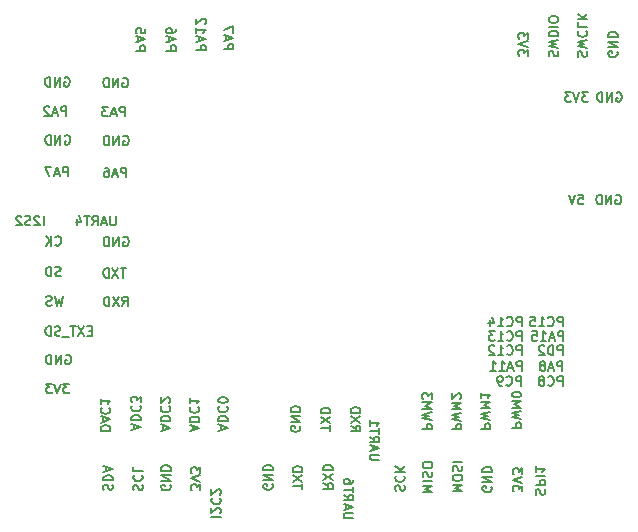
<source format=gbr>
G04 #@! TF.GenerationSoftware,KiCad,Pcbnew,5.1.5-52549c5~86~ubuntu18.04.1*
G04 #@! TF.CreationDate,2020-05-16T14:27:32+07:00*
G04 #@! TF.ProjectId,openSTM32F4_LQFP64,6f70656e-5354-44d3-9332-46345f4c5146,rev?*
G04 #@! TF.SameCoordinates,Original*
G04 #@! TF.FileFunction,Legend,Bot*
G04 #@! TF.FilePolarity,Positive*
%FSLAX46Y46*%
G04 Gerber Fmt 4.6, Leading zero omitted, Abs format (unit mm)*
G04 Created by KiCad (PCBNEW 5.1.5-52549c5~86~ubuntu18.04.1) date 2020-05-16 14:27:32*
%MOMM*%
%LPD*%
G04 APERTURE LIST*
%ADD10C,0.150000*%
G04 APERTURE END LIST*
D10*
X175710895Y-100417441D02*
X176510895Y-100417441D01*
X176510895Y-100112680D01*
X176472800Y-100036489D01*
X176434704Y-99998394D01*
X176358514Y-99960299D01*
X176244228Y-99960299D01*
X176168038Y-99998394D01*
X176129942Y-100036489D01*
X176091847Y-100112680D01*
X176091847Y-100417441D01*
X176510895Y-99693632D02*
X175710895Y-99503156D01*
X176282323Y-99350775D01*
X175710895Y-99198394D01*
X176510895Y-99007918D01*
X175710895Y-98703156D02*
X176510895Y-98703156D01*
X175939466Y-98436489D01*
X176510895Y-98169822D01*
X175710895Y-98169822D01*
X176510895Y-97865060D02*
X176510895Y-97369822D01*
X176206133Y-97636489D01*
X176206133Y-97522203D01*
X176168038Y-97446013D01*
X176129942Y-97407918D01*
X176053752Y-97369822D01*
X175863276Y-97369822D01*
X175787085Y-97407918D01*
X175748990Y-97446013D01*
X175710895Y-97522203D01*
X175710895Y-97750775D01*
X175748990Y-97826965D01*
X175787085Y-97865060D01*
X178225495Y-100442841D02*
X179025495Y-100442841D01*
X179025495Y-100138080D01*
X178987400Y-100061889D01*
X178949304Y-100023794D01*
X178873114Y-99985699D01*
X178758828Y-99985699D01*
X178682638Y-100023794D01*
X178644542Y-100061889D01*
X178606447Y-100138080D01*
X178606447Y-100442841D01*
X179025495Y-99719032D02*
X178225495Y-99528556D01*
X178796923Y-99376175D01*
X178225495Y-99223794D01*
X179025495Y-99033318D01*
X178225495Y-98728556D02*
X179025495Y-98728556D01*
X178454066Y-98461889D01*
X179025495Y-98195222D01*
X178225495Y-98195222D01*
X178949304Y-97852365D02*
X178987400Y-97814270D01*
X179025495Y-97738080D01*
X179025495Y-97547603D01*
X178987400Y-97471413D01*
X178949304Y-97433318D01*
X178873114Y-97395222D01*
X178796923Y-97395222D01*
X178682638Y-97433318D01*
X178225495Y-97890460D01*
X178225495Y-97395222D01*
X180689295Y-100392041D02*
X181489295Y-100392041D01*
X181489295Y-100087280D01*
X181451200Y-100011089D01*
X181413104Y-99972994D01*
X181336914Y-99934899D01*
X181222628Y-99934899D01*
X181146438Y-99972994D01*
X181108342Y-100011089D01*
X181070247Y-100087280D01*
X181070247Y-100392041D01*
X181489295Y-99668232D02*
X180689295Y-99477756D01*
X181260723Y-99325375D01*
X180689295Y-99172994D01*
X181489295Y-98982518D01*
X180689295Y-98677756D02*
X181489295Y-98677756D01*
X180917866Y-98411089D01*
X181489295Y-98144422D01*
X180689295Y-98144422D01*
X180689295Y-97344422D02*
X180689295Y-97801565D01*
X180689295Y-97572994D02*
X181489295Y-97572994D01*
X181375009Y-97649184D01*
X181298819Y-97725375D01*
X181260723Y-97801565D01*
X183305495Y-100315841D02*
X184105495Y-100315841D01*
X184105495Y-100011080D01*
X184067400Y-99934889D01*
X184029304Y-99896794D01*
X183953114Y-99858699D01*
X183838828Y-99858699D01*
X183762638Y-99896794D01*
X183724542Y-99934889D01*
X183686447Y-100011080D01*
X183686447Y-100315841D01*
X184105495Y-99592032D02*
X183305495Y-99401556D01*
X183876923Y-99249175D01*
X183305495Y-99096794D01*
X184105495Y-98906318D01*
X183305495Y-98601556D02*
X184105495Y-98601556D01*
X183534066Y-98334889D01*
X184105495Y-98068222D01*
X183305495Y-98068222D01*
X184105495Y-97534889D02*
X184105495Y-97458699D01*
X184067400Y-97382508D01*
X184029304Y-97344413D01*
X183953114Y-97306318D01*
X183800733Y-97268222D01*
X183610257Y-97268222D01*
X183457876Y-97306318D01*
X183381685Y-97344413D01*
X183343590Y-97382508D01*
X183305495Y-97458699D01*
X183305495Y-97534889D01*
X183343590Y-97611080D01*
X183381685Y-97649175D01*
X183457876Y-97687270D01*
X183610257Y-97725365D01*
X183800733Y-97725365D01*
X183953114Y-97687270D01*
X184029304Y-97649175D01*
X184067400Y-97611080D01*
X184105495Y-97534889D01*
X158667466Y-100487308D02*
X158667466Y-100106356D01*
X158438895Y-100563499D02*
X159238895Y-100296832D01*
X158438895Y-100030165D01*
X158438895Y-99763499D02*
X159238895Y-99763499D01*
X159238895Y-99573022D01*
X159200800Y-99458737D01*
X159124609Y-99382546D01*
X159048419Y-99344451D01*
X158896038Y-99306356D01*
X158781752Y-99306356D01*
X158629371Y-99344451D01*
X158553180Y-99382546D01*
X158476990Y-99458737D01*
X158438895Y-99573022D01*
X158438895Y-99763499D01*
X158515085Y-98506356D02*
X158476990Y-98544451D01*
X158438895Y-98658737D01*
X158438895Y-98734927D01*
X158476990Y-98849213D01*
X158553180Y-98925403D01*
X158629371Y-98963499D01*
X158781752Y-99001594D01*
X158896038Y-99001594D01*
X159048419Y-98963499D01*
X159124609Y-98925403D01*
X159200800Y-98849213D01*
X159238895Y-98734927D01*
X159238895Y-98658737D01*
X159200800Y-98544451D01*
X159162704Y-98506356D01*
X159238895Y-98011118D02*
X159238895Y-97934927D01*
X159200800Y-97858737D01*
X159162704Y-97820641D01*
X159086514Y-97782546D01*
X158934133Y-97744451D01*
X158743657Y-97744451D01*
X158591276Y-97782546D01*
X158515085Y-97820641D01*
X158476990Y-97858737D01*
X158438895Y-97934927D01*
X158438895Y-98011118D01*
X158476990Y-98087308D01*
X158515085Y-98125403D01*
X158591276Y-98163499D01*
X158743657Y-98201594D01*
X158934133Y-98201594D01*
X159086514Y-98163499D01*
X159162704Y-98125403D01*
X159200800Y-98087308D01*
X159238895Y-98011118D01*
X156279866Y-100538108D02*
X156279866Y-100157156D01*
X156051295Y-100614299D02*
X156851295Y-100347632D01*
X156051295Y-100080965D01*
X156051295Y-99814299D02*
X156851295Y-99814299D01*
X156851295Y-99623822D01*
X156813200Y-99509537D01*
X156737009Y-99433346D01*
X156660819Y-99395251D01*
X156508438Y-99357156D01*
X156394152Y-99357156D01*
X156241771Y-99395251D01*
X156165580Y-99433346D01*
X156089390Y-99509537D01*
X156051295Y-99623822D01*
X156051295Y-99814299D01*
X156127485Y-98557156D02*
X156089390Y-98595251D01*
X156051295Y-98709537D01*
X156051295Y-98785727D01*
X156089390Y-98900013D01*
X156165580Y-98976203D01*
X156241771Y-99014299D01*
X156394152Y-99052394D01*
X156508438Y-99052394D01*
X156660819Y-99014299D01*
X156737009Y-98976203D01*
X156813200Y-98900013D01*
X156851295Y-98785727D01*
X156851295Y-98709537D01*
X156813200Y-98595251D01*
X156775104Y-98557156D01*
X156051295Y-97795251D02*
X156051295Y-98252394D01*
X156051295Y-98023822D02*
X156851295Y-98023822D01*
X156737009Y-98100013D01*
X156660819Y-98176203D01*
X156622723Y-98252394D01*
X153816066Y-100487308D02*
X153816066Y-100106356D01*
X153587495Y-100563499D02*
X154387495Y-100296832D01*
X153587495Y-100030165D01*
X153587495Y-99763499D02*
X154387495Y-99763499D01*
X154387495Y-99573022D01*
X154349400Y-99458737D01*
X154273209Y-99382546D01*
X154197019Y-99344451D01*
X154044638Y-99306356D01*
X153930352Y-99306356D01*
X153777971Y-99344451D01*
X153701780Y-99382546D01*
X153625590Y-99458737D01*
X153587495Y-99573022D01*
X153587495Y-99763499D01*
X153663685Y-98506356D02*
X153625590Y-98544451D01*
X153587495Y-98658737D01*
X153587495Y-98734927D01*
X153625590Y-98849213D01*
X153701780Y-98925403D01*
X153777971Y-98963499D01*
X153930352Y-99001594D01*
X154044638Y-99001594D01*
X154197019Y-98963499D01*
X154273209Y-98925403D01*
X154349400Y-98849213D01*
X154387495Y-98734927D01*
X154387495Y-98658737D01*
X154349400Y-98544451D01*
X154311304Y-98506356D01*
X154311304Y-98201594D02*
X154349400Y-98163499D01*
X154387495Y-98087308D01*
X154387495Y-97896832D01*
X154349400Y-97820641D01*
X154311304Y-97782546D01*
X154235114Y-97744451D01*
X154158923Y-97744451D01*
X154044638Y-97782546D01*
X153587495Y-98239689D01*
X153587495Y-97744451D01*
X151326866Y-100411108D02*
X151326866Y-100030156D01*
X151098295Y-100487299D02*
X151898295Y-100220632D01*
X151098295Y-99953965D01*
X151098295Y-99687299D02*
X151898295Y-99687299D01*
X151898295Y-99496822D01*
X151860200Y-99382537D01*
X151784009Y-99306346D01*
X151707819Y-99268251D01*
X151555438Y-99230156D01*
X151441152Y-99230156D01*
X151288771Y-99268251D01*
X151212580Y-99306346D01*
X151136390Y-99382537D01*
X151098295Y-99496822D01*
X151098295Y-99687299D01*
X151174485Y-98430156D02*
X151136390Y-98468251D01*
X151098295Y-98582537D01*
X151098295Y-98658727D01*
X151136390Y-98773013D01*
X151212580Y-98849203D01*
X151288771Y-98887299D01*
X151441152Y-98925394D01*
X151555438Y-98925394D01*
X151707819Y-98887299D01*
X151784009Y-98849203D01*
X151860200Y-98773013D01*
X151898295Y-98658727D01*
X151898295Y-98582537D01*
X151860200Y-98468251D01*
X151822104Y-98430156D01*
X151898295Y-98163489D02*
X151898295Y-97668251D01*
X151593533Y-97934918D01*
X151593533Y-97820632D01*
X151555438Y-97744441D01*
X151517342Y-97706346D01*
X151441152Y-97668251D01*
X151250676Y-97668251D01*
X151174485Y-97706346D01*
X151136390Y-97744441D01*
X151098295Y-97820632D01*
X151098295Y-98049203D01*
X151136390Y-98125394D01*
X151174485Y-98163489D01*
X148507495Y-100550813D02*
X149307495Y-100550813D01*
X149307495Y-100360337D01*
X149269400Y-100246051D01*
X149193209Y-100169860D01*
X149117019Y-100131765D01*
X148964638Y-100093670D01*
X148850352Y-100093670D01*
X148697971Y-100131765D01*
X148621780Y-100169860D01*
X148545590Y-100246051D01*
X148507495Y-100360337D01*
X148507495Y-100550813D01*
X148736066Y-99788908D02*
X148736066Y-99407956D01*
X148507495Y-99865099D02*
X149307495Y-99598432D01*
X148507495Y-99331765D01*
X148583685Y-98607956D02*
X148545590Y-98646051D01*
X148507495Y-98760337D01*
X148507495Y-98836527D01*
X148545590Y-98950813D01*
X148621780Y-99027003D01*
X148697971Y-99065099D01*
X148850352Y-99103194D01*
X148964638Y-99103194D01*
X149117019Y-99065099D01*
X149193209Y-99027003D01*
X149269400Y-98950813D01*
X149307495Y-98836527D01*
X149307495Y-98760337D01*
X149269400Y-98646051D01*
X149231304Y-98607956D01*
X148507495Y-97846051D02*
X148507495Y-98303194D01*
X148507495Y-98074622D02*
X149307495Y-98074622D01*
X149193209Y-98150813D01*
X149117019Y-98227003D01*
X149078923Y-98303194D01*
X192125523Y-80605680D02*
X192201714Y-80567584D01*
X192316000Y-80567584D01*
X192430285Y-80605680D01*
X192506476Y-80681870D01*
X192544571Y-80758060D01*
X192582666Y-80910441D01*
X192582666Y-81024727D01*
X192544571Y-81177108D01*
X192506476Y-81253299D01*
X192430285Y-81329489D01*
X192316000Y-81367584D01*
X192239809Y-81367584D01*
X192125523Y-81329489D01*
X192087428Y-81291394D01*
X192087428Y-81024727D01*
X192239809Y-81024727D01*
X191744571Y-81367584D02*
X191744571Y-80567584D01*
X191287428Y-81367584D01*
X191287428Y-80567584D01*
X190906476Y-81367584D02*
X190906476Y-80567584D01*
X190716000Y-80567584D01*
X190601714Y-80605680D01*
X190525523Y-80681870D01*
X190487428Y-80758060D01*
X190449333Y-80910441D01*
X190449333Y-81024727D01*
X190487428Y-81177108D01*
X190525523Y-81253299D01*
X190601714Y-81329489D01*
X190716000Y-81367584D01*
X190906476Y-81367584D01*
X188925180Y-80587904D02*
X189306133Y-80587904D01*
X189344228Y-80968857D01*
X189306133Y-80930761D01*
X189229942Y-80892666D01*
X189039466Y-80892666D01*
X188963276Y-80930761D01*
X188925180Y-80968857D01*
X188887085Y-81045047D01*
X188887085Y-81235523D01*
X188925180Y-81311714D01*
X188963276Y-81349809D01*
X189039466Y-81387904D01*
X189229942Y-81387904D01*
X189306133Y-81349809D01*
X189344228Y-81311714D01*
X188658514Y-80587904D02*
X188391847Y-81387904D01*
X188125180Y-80587904D01*
X189763276Y-71901104D02*
X189268038Y-71901104D01*
X189534704Y-72205866D01*
X189420419Y-72205866D01*
X189344228Y-72243961D01*
X189306133Y-72282057D01*
X189268038Y-72358247D01*
X189268038Y-72548723D01*
X189306133Y-72624914D01*
X189344228Y-72663009D01*
X189420419Y-72701104D01*
X189648990Y-72701104D01*
X189725180Y-72663009D01*
X189763276Y-72624914D01*
X189039466Y-71901104D02*
X188772800Y-72701104D01*
X188506133Y-71901104D01*
X188315657Y-71901104D02*
X187820419Y-71901104D01*
X188087085Y-72205866D01*
X187972800Y-72205866D01*
X187896609Y-72243961D01*
X187858514Y-72282057D01*
X187820419Y-72358247D01*
X187820419Y-72548723D01*
X187858514Y-72624914D01*
X187896609Y-72663009D01*
X187972800Y-72701104D01*
X188201371Y-72701104D01*
X188277561Y-72663009D01*
X188315657Y-72624914D01*
X192176323Y-71944280D02*
X192252514Y-71906184D01*
X192366800Y-71906184D01*
X192481085Y-71944280D01*
X192557276Y-72020470D01*
X192595371Y-72096660D01*
X192633466Y-72249041D01*
X192633466Y-72363327D01*
X192595371Y-72515708D01*
X192557276Y-72591899D01*
X192481085Y-72668089D01*
X192366800Y-72706184D01*
X192290609Y-72706184D01*
X192176323Y-72668089D01*
X192138228Y-72629994D01*
X192138228Y-72363327D01*
X192290609Y-72363327D01*
X191795371Y-72706184D02*
X191795371Y-71906184D01*
X191338228Y-72706184D01*
X191338228Y-71906184D01*
X190957276Y-72706184D02*
X190957276Y-71906184D01*
X190766800Y-71906184D01*
X190652514Y-71944280D01*
X190576323Y-72020470D01*
X190538228Y-72096660D01*
X190500133Y-72249041D01*
X190500133Y-72363327D01*
X190538228Y-72515708D01*
X190576323Y-72591899D01*
X190652514Y-72668089D01*
X190766800Y-72706184D01*
X190957276Y-72706184D01*
X185355270Y-105980080D02*
X185317175Y-105865794D01*
X185317175Y-105675318D01*
X185355270Y-105599127D01*
X185393365Y-105561032D01*
X185469556Y-105522937D01*
X185545746Y-105522937D01*
X185621937Y-105561032D01*
X185660032Y-105599127D01*
X185698127Y-105675318D01*
X185736222Y-105827699D01*
X185774318Y-105903889D01*
X185812413Y-105941984D01*
X185888603Y-105980080D01*
X185964794Y-105980080D01*
X186040984Y-105941984D01*
X186079080Y-105903889D01*
X186117175Y-105827699D01*
X186117175Y-105637222D01*
X186079080Y-105522937D01*
X185317175Y-105180080D02*
X186117175Y-105180080D01*
X186117175Y-104875318D01*
X186079080Y-104799127D01*
X186040984Y-104761032D01*
X185964794Y-104722937D01*
X185850508Y-104722937D01*
X185774318Y-104761032D01*
X185736222Y-104799127D01*
X185698127Y-104875318D01*
X185698127Y-105180080D01*
X185317175Y-104380080D02*
X186117175Y-104380080D01*
X185317175Y-103580080D02*
X185317175Y-104037222D01*
X185317175Y-103808651D02*
X186117175Y-103808651D01*
X186002889Y-103884841D01*
X185926699Y-103961032D01*
X185888603Y-104037222D01*
X184212175Y-105694356D02*
X184212175Y-105199118D01*
X183907413Y-105465784D01*
X183907413Y-105351499D01*
X183869318Y-105275308D01*
X183831222Y-105237213D01*
X183755032Y-105199118D01*
X183564556Y-105199118D01*
X183488365Y-105237213D01*
X183450270Y-105275308D01*
X183412175Y-105351499D01*
X183412175Y-105580070D01*
X183450270Y-105656260D01*
X183488365Y-105694356D01*
X184212175Y-104970546D02*
X183412175Y-104703880D01*
X184212175Y-104437213D01*
X184212175Y-104246737D02*
X184212175Y-103751499D01*
X183907413Y-104018165D01*
X183907413Y-103903880D01*
X183869318Y-103827689D01*
X183831222Y-103789594D01*
X183755032Y-103751499D01*
X183564556Y-103751499D01*
X183488365Y-103789594D01*
X183450270Y-103827689D01*
X183412175Y-103903880D01*
X183412175Y-104132451D01*
X183450270Y-104208641D01*
X183488365Y-104246737D01*
X181583280Y-105288003D02*
X181621375Y-105364194D01*
X181621375Y-105478480D01*
X181583280Y-105592765D01*
X181507089Y-105668956D01*
X181430899Y-105707051D01*
X181278518Y-105745146D01*
X181164232Y-105745146D01*
X181011851Y-105707051D01*
X180935660Y-105668956D01*
X180859470Y-105592765D01*
X180821375Y-105478480D01*
X180821375Y-105402289D01*
X180859470Y-105288003D01*
X180897565Y-105249908D01*
X181164232Y-105249908D01*
X181164232Y-105402289D01*
X180821375Y-104907051D02*
X181621375Y-104907051D01*
X180821375Y-104449908D01*
X181621375Y-104449908D01*
X180821375Y-104068956D02*
X181621375Y-104068956D01*
X181621375Y-103878480D01*
X181583280Y-103764194D01*
X181507089Y-103688003D01*
X181430899Y-103649908D01*
X181278518Y-103611813D01*
X181164232Y-103611813D01*
X181011851Y-103649908D01*
X180935660Y-103688003D01*
X180859470Y-103764194D01*
X180821375Y-103878480D01*
X180821375Y-104068956D01*
X178301695Y-105681622D02*
X179101695Y-105681622D01*
X178530266Y-105414956D01*
X179101695Y-105148289D01*
X178301695Y-105148289D01*
X179101695Y-104614956D02*
X179101695Y-104462575D01*
X179063600Y-104386384D01*
X178987409Y-104310194D01*
X178835028Y-104272099D01*
X178568361Y-104272099D01*
X178415980Y-104310194D01*
X178339790Y-104386384D01*
X178301695Y-104462575D01*
X178301695Y-104614956D01*
X178339790Y-104691146D01*
X178415980Y-104767337D01*
X178568361Y-104805432D01*
X178835028Y-104805432D01*
X178987409Y-104767337D01*
X179063600Y-104691146D01*
X179101695Y-104614956D01*
X178339790Y-103967337D02*
X178301695Y-103853051D01*
X178301695Y-103662575D01*
X178339790Y-103586384D01*
X178377885Y-103548289D01*
X178454076Y-103510194D01*
X178530266Y-103510194D01*
X178606457Y-103548289D01*
X178644552Y-103586384D01*
X178682647Y-103662575D01*
X178720742Y-103814956D01*
X178758838Y-103891146D01*
X178796933Y-103929241D01*
X178873123Y-103967337D01*
X178949314Y-103967337D01*
X179025504Y-103929241D01*
X179063600Y-103891146D01*
X179101695Y-103814956D01*
X179101695Y-103624480D01*
X179063600Y-103510194D01*
X178301695Y-103167337D02*
X179101695Y-103167337D01*
X175761695Y-105757822D02*
X176561695Y-105757822D01*
X175990266Y-105491156D01*
X176561695Y-105224489D01*
X175761695Y-105224489D01*
X175761695Y-104843537D02*
X176561695Y-104843537D01*
X175799790Y-104500680D02*
X175761695Y-104386394D01*
X175761695Y-104195918D01*
X175799790Y-104119727D01*
X175837885Y-104081632D01*
X175914076Y-104043537D01*
X175990266Y-104043537D01*
X176066457Y-104081632D01*
X176104552Y-104119727D01*
X176142647Y-104195918D01*
X176180742Y-104348299D01*
X176218838Y-104424489D01*
X176256933Y-104462584D01*
X176333123Y-104500680D01*
X176409314Y-104500680D01*
X176485504Y-104462584D01*
X176523600Y-104424489D01*
X176561695Y-104348299D01*
X176561695Y-104157822D01*
X176523600Y-104043537D01*
X176561695Y-103548299D02*
X176561695Y-103395918D01*
X176523600Y-103319727D01*
X176447409Y-103243537D01*
X176295028Y-103205441D01*
X176028361Y-103205441D01*
X175875980Y-103243537D01*
X175799790Y-103319727D01*
X175761695Y-103395918D01*
X175761695Y-103548299D01*
X175799790Y-103624489D01*
X175875980Y-103700680D01*
X176028361Y-103738775D01*
X176295028Y-103738775D01*
X176447409Y-103700680D01*
X176523600Y-103624489D01*
X176561695Y-103548299D01*
X173468070Y-105630851D02*
X173429975Y-105516565D01*
X173429975Y-105326089D01*
X173468070Y-105249899D01*
X173506165Y-105211803D01*
X173582356Y-105173708D01*
X173658546Y-105173708D01*
X173734737Y-105211803D01*
X173772832Y-105249899D01*
X173810927Y-105326089D01*
X173849022Y-105478470D01*
X173887118Y-105554660D01*
X173925213Y-105592756D01*
X174001403Y-105630851D01*
X174077594Y-105630851D01*
X174153784Y-105592756D01*
X174191880Y-105554660D01*
X174229975Y-105478470D01*
X174229975Y-105287994D01*
X174191880Y-105173708D01*
X173506165Y-104373708D02*
X173468070Y-104411803D01*
X173429975Y-104526089D01*
X173429975Y-104602280D01*
X173468070Y-104716565D01*
X173544260Y-104792756D01*
X173620451Y-104830851D01*
X173772832Y-104868946D01*
X173887118Y-104868946D01*
X174039499Y-104830851D01*
X174115689Y-104792756D01*
X174191880Y-104716565D01*
X174229975Y-104602280D01*
X174229975Y-104526089D01*
X174191880Y-104411803D01*
X174153784Y-104373708D01*
X173429975Y-104030851D02*
X174229975Y-104030851D01*
X173429975Y-103573708D02*
X173887118Y-103916565D01*
X174229975Y-103573708D02*
X173772832Y-104030851D01*
X172091295Y-103033622D02*
X171443676Y-103033622D01*
X171367485Y-102995527D01*
X171329390Y-102957432D01*
X171291295Y-102881241D01*
X171291295Y-102728860D01*
X171329390Y-102652670D01*
X171367485Y-102614575D01*
X171443676Y-102576480D01*
X172091295Y-102576480D01*
X171519866Y-102233622D02*
X171519866Y-101852670D01*
X171291295Y-102309813D02*
X172091295Y-102043146D01*
X171291295Y-101776480D01*
X171291295Y-101052670D02*
X171672247Y-101319337D01*
X171291295Y-101509813D02*
X172091295Y-101509813D01*
X172091295Y-101205051D01*
X172053200Y-101128860D01*
X172015104Y-101090765D01*
X171938914Y-101052670D01*
X171824628Y-101052670D01*
X171748438Y-101090765D01*
X171710342Y-101128860D01*
X171672247Y-101205051D01*
X171672247Y-101509813D01*
X172091295Y-100824099D02*
X172091295Y-100366956D01*
X171291295Y-100595527D02*
X172091295Y-100595527D01*
X171291295Y-99681241D02*
X171291295Y-100138384D01*
X171291295Y-99909813D02*
X172091295Y-99909813D01*
X171977009Y-99986003D01*
X171900819Y-100062194D01*
X171862723Y-100138384D01*
X165373000Y-100182603D02*
X165411095Y-100258794D01*
X165411095Y-100373080D01*
X165373000Y-100487365D01*
X165296809Y-100563556D01*
X165220619Y-100601651D01*
X165068238Y-100639746D01*
X164953952Y-100639746D01*
X164801571Y-100601651D01*
X164725380Y-100563556D01*
X164649190Y-100487365D01*
X164611095Y-100373080D01*
X164611095Y-100296889D01*
X164649190Y-100182603D01*
X164687285Y-100144508D01*
X164953952Y-100144508D01*
X164953952Y-100296889D01*
X164611095Y-99801651D02*
X165411095Y-99801651D01*
X164611095Y-99344508D01*
X165411095Y-99344508D01*
X164611095Y-98963556D02*
X165411095Y-98963556D01*
X165411095Y-98773080D01*
X165373000Y-98658794D01*
X165296809Y-98582603D01*
X165220619Y-98544508D01*
X165068238Y-98506413D01*
X164953952Y-98506413D01*
X164801571Y-98544508D01*
X164725380Y-98582603D01*
X164649190Y-98658794D01*
X164611095Y-98773080D01*
X164611095Y-98963556D01*
X167951095Y-100557203D02*
X167951095Y-100100060D01*
X167151095Y-100328632D02*
X167951095Y-100328632D01*
X167951095Y-99909584D02*
X167151095Y-99376251D01*
X167951095Y-99376251D02*
X167151095Y-99909584D01*
X167151095Y-99071489D02*
X167951095Y-99071489D01*
X167951095Y-98881013D01*
X167913000Y-98766727D01*
X167836809Y-98690537D01*
X167760619Y-98652441D01*
X167608238Y-98614346D01*
X167493952Y-98614346D01*
X167341571Y-98652441D01*
X167265380Y-98690537D01*
X167189190Y-98766727D01*
X167151095Y-98881013D01*
X167151095Y-99071489D01*
X169696175Y-100131813D02*
X170077127Y-100398480D01*
X169696175Y-100588956D02*
X170496175Y-100588956D01*
X170496175Y-100284194D01*
X170458080Y-100208003D01*
X170419984Y-100169908D01*
X170343794Y-100131813D01*
X170229508Y-100131813D01*
X170153318Y-100169908D01*
X170115222Y-100208003D01*
X170077127Y-100284194D01*
X170077127Y-100588956D01*
X170496175Y-99865146D02*
X169696175Y-99331813D01*
X170496175Y-99331813D02*
X169696175Y-99865146D01*
X169696175Y-99027051D02*
X170496175Y-99027051D01*
X170496175Y-98836575D01*
X170458080Y-98722289D01*
X170381889Y-98646099D01*
X170305699Y-98608003D01*
X170153318Y-98569908D01*
X170039032Y-98569908D01*
X169886651Y-98608003D01*
X169810460Y-98646099D01*
X169734270Y-98722289D01*
X169696175Y-98836575D01*
X169696175Y-99027051D01*
X169881495Y-107986622D02*
X169233876Y-107986622D01*
X169157685Y-107948527D01*
X169119590Y-107910432D01*
X169081495Y-107834241D01*
X169081495Y-107681860D01*
X169119590Y-107605670D01*
X169157685Y-107567575D01*
X169233876Y-107529480D01*
X169881495Y-107529480D01*
X169310066Y-107186622D02*
X169310066Y-106805670D01*
X169081495Y-107262813D02*
X169881495Y-106996146D01*
X169081495Y-106729480D01*
X169081495Y-106005670D02*
X169462447Y-106272337D01*
X169081495Y-106462813D02*
X169881495Y-106462813D01*
X169881495Y-106158051D01*
X169843400Y-106081860D01*
X169805304Y-106043765D01*
X169729114Y-106005670D01*
X169614828Y-106005670D01*
X169538638Y-106043765D01*
X169500542Y-106081860D01*
X169462447Y-106158051D01*
X169462447Y-106462813D01*
X169881495Y-105777099D02*
X169881495Y-105319956D01*
X169081495Y-105548527D02*
X169881495Y-105548527D01*
X169881495Y-104710432D02*
X169881495Y-104862813D01*
X169843400Y-104939003D01*
X169805304Y-104977099D01*
X169691019Y-105053289D01*
X169538638Y-105091384D01*
X169233876Y-105091384D01*
X169157685Y-105053289D01*
X169119590Y-105015194D01*
X169081495Y-104939003D01*
X169081495Y-104786622D01*
X169119590Y-104710432D01*
X169157685Y-104672337D01*
X169233876Y-104634241D01*
X169424352Y-104634241D01*
X169500542Y-104672337D01*
X169538638Y-104710432D01*
X169576733Y-104786622D01*
X169576733Y-104939003D01*
X169538638Y-105015194D01*
X169500542Y-105053289D01*
X169424352Y-105091384D01*
X167328895Y-105008613D02*
X167709847Y-105275280D01*
X167328895Y-105465756D02*
X168128895Y-105465756D01*
X168128895Y-105160994D01*
X168090800Y-105084803D01*
X168052704Y-105046708D01*
X167976514Y-105008613D01*
X167862228Y-105008613D01*
X167786038Y-105046708D01*
X167747942Y-105084803D01*
X167709847Y-105160994D01*
X167709847Y-105465756D01*
X168128895Y-104741946D02*
X167328895Y-104208613D01*
X168128895Y-104208613D02*
X167328895Y-104741946D01*
X167328895Y-103903851D02*
X168128895Y-103903851D01*
X168128895Y-103713375D01*
X168090800Y-103599089D01*
X168014609Y-103522899D01*
X167938419Y-103484803D01*
X167786038Y-103446708D01*
X167671752Y-103446708D01*
X167519371Y-103484803D01*
X167443180Y-103522899D01*
X167366990Y-103599089D01*
X167328895Y-103713375D01*
X167328895Y-103903851D01*
X165568575Y-105510203D02*
X165568575Y-105053060D01*
X164768575Y-105281632D02*
X165568575Y-105281632D01*
X165568575Y-104862584D02*
X164768575Y-104329251D01*
X165568575Y-104329251D02*
X164768575Y-104862584D01*
X164768575Y-104024489D02*
X165568575Y-104024489D01*
X165568575Y-103834013D01*
X165530480Y-103719727D01*
X165454289Y-103643537D01*
X165378099Y-103605441D01*
X165225718Y-103567346D01*
X165111432Y-103567346D01*
X164959051Y-103605441D01*
X164882860Y-103643537D01*
X164806670Y-103719727D01*
X164768575Y-103834013D01*
X164768575Y-104024489D01*
X163036200Y-105110203D02*
X163074295Y-105186394D01*
X163074295Y-105300680D01*
X163036200Y-105414965D01*
X162960009Y-105491156D01*
X162883819Y-105529251D01*
X162731438Y-105567346D01*
X162617152Y-105567346D01*
X162464771Y-105529251D01*
X162388580Y-105491156D01*
X162312390Y-105414965D01*
X162274295Y-105300680D01*
X162274295Y-105224489D01*
X162312390Y-105110203D01*
X162350485Y-105072108D01*
X162617152Y-105072108D01*
X162617152Y-105224489D01*
X162274295Y-104729251D02*
X163074295Y-104729251D01*
X162274295Y-104272108D01*
X163074295Y-104272108D01*
X162274295Y-103891156D02*
X163074295Y-103891156D01*
X163074295Y-103700680D01*
X163036200Y-103586394D01*
X162960009Y-103510203D01*
X162883819Y-103472108D01*
X162731438Y-103434013D01*
X162617152Y-103434013D01*
X162464771Y-103472108D01*
X162388580Y-103510203D01*
X162312390Y-103586394D01*
X162274295Y-103700680D01*
X162274295Y-103891156D01*
X157880095Y-107872384D02*
X158680095Y-107872384D01*
X158603904Y-107529527D02*
X158642000Y-107491432D01*
X158680095Y-107415241D01*
X158680095Y-107224765D01*
X158642000Y-107148575D01*
X158603904Y-107110480D01*
X158527714Y-107072384D01*
X158451523Y-107072384D01*
X158337238Y-107110480D01*
X157880095Y-107567622D01*
X157880095Y-107072384D01*
X157956285Y-106272384D02*
X157918190Y-106310480D01*
X157880095Y-106424765D01*
X157880095Y-106500956D01*
X157918190Y-106615241D01*
X157994380Y-106691432D01*
X158070571Y-106729527D01*
X158222952Y-106767622D01*
X158337238Y-106767622D01*
X158489619Y-106729527D01*
X158565809Y-106691432D01*
X158642000Y-106615241D01*
X158680095Y-106500956D01*
X158680095Y-106424765D01*
X158642000Y-106310480D01*
X158603904Y-106272384D01*
X158603904Y-105967622D02*
X158642000Y-105929527D01*
X158680095Y-105853337D01*
X158680095Y-105662860D01*
X158642000Y-105586670D01*
X158603904Y-105548575D01*
X158527714Y-105510480D01*
X158451523Y-105510480D01*
X158337238Y-105548575D01*
X157880095Y-106005718D01*
X157880095Y-105510480D01*
X148774190Y-105573708D02*
X148736095Y-105459422D01*
X148736095Y-105268946D01*
X148774190Y-105192756D01*
X148812285Y-105154660D01*
X148888476Y-105116565D01*
X148964666Y-105116565D01*
X149040857Y-105154660D01*
X149078952Y-105192756D01*
X149117047Y-105268946D01*
X149155142Y-105421327D01*
X149193238Y-105497518D01*
X149231333Y-105535613D01*
X149307523Y-105573708D01*
X149383714Y-105573708D01*
X149459904Y-105535613D01*
X149498000Y-105497518D01*
X149536095Y-105421327D01*
X149536095Y-105230851D01*
X149498000Y-105116565D01*
X148736095Y-104773708D02*
X149536095Y-104773708D01*
X149536095Y-104583232D01*
X149498000Y-104468946D01*
X149421809Y-104392756D01*
X149345619Y-104354660D01*
X149193238Y-104316565D01*
X149078952Y-104316565D01*
X148926571Y-104354660D01*
X148850380Y-104392756D01*
X148774190Y-104468946D01*
X148736095Y-104583232D01*
X148736095Y-104773708D01*
X148964666Y-104011803D02*
X148964666Y-103630851D01*
X148736095Y-104087994D02*
X149536095Y-103821327D01*
X148736095Y-103554660D01*
X151293870Y-105580060D02*
X151255775Y-105465775D01*
X151255775Y-105275299D01*
X151293870Y-105199108D01*
X151331965Y-105161013D01*
X151408156Y-105122918D01*
X151484346Y-105122918D01*
X151560537Y-105161013D01*
X151598632Y-105199108D01*
X151636727Y-105275299D01*
X151674822Y-105427680D01*
X151712918Y-105503870D01*
X151751013Y-105541965D01*
X151827203Y-105580060D01*
X151903394Y-105580060D01*
X151979584Y-105541965D01*
X152017680Y-105503870D01*
X152055775Y-105427680D01*
X152055775Y-105237203D01*
X152017680Y-105122918D01*
X151331965Y-104322918D02*
X151293870Y-104361013D01*
X151255775Y-104475299D01*
X151255775Y-104551489D01*
X151293870Y-104665775D01*
X151370060Y-104741965D01*
X151446251Y-104780060D01*
X151598632Y-104818156D01*
X151712918Y-104818156D01*
X151865299Y-104780060D01*
X151941489Y-104741965D01*
X152017680Y-104665775D01*
X152055775Y-104551489D01*
X152055775Y-104475299D01*
X152017680Y-104361013D01*
X151979584Y-104322918D01*
X151255775Y-103599108D02*
X151255775Y-103980060D01*
X152055775Y-103980060D01*
X154379880Y-105161003D02*
X154417975Y-105237194D01*
X154417975Y-105351480D01*
X154379880Y-105465765D01*
X154303689Y-105541956D01*
X154227499Y-105580051D01*
X154075118Y-105618146D01*
X153960832Y-105618146D01*
X153808451Y-105580051D01*
X153732260Y-105541956D01*
X153656070Y-105465765D01*
X153617975Y-105351480D01*
X153617975Y-105275289D01*
X153656070Y-105161003D01*
X153694165Y-105122908D01*
X153960832Y-105122908D01*
X153960832Y-105275289D01*
X153617975Y-104780051D02*
X154417975Y-104780051D01*
X153617975Y-104322908D01*
X154417975Y-104322908D01*
X153617975Y-103941956D02*
X154417975Y-103941956D01*
X154417975Y-103751480D01*
X154379880Y-103637194D01*
X154303689Y-103561003D01*
X154227499Y-103522908D01*
X154075118Y-103484813D01*
X153960832Y-103484813D01*
X153808451Y-103522908D01*
X153732260Y-103561003D01*
X153656070Y-103637194D01*
X153617975Y-103751480D01*
X153617975Y-103941956D01*
X156927495Y-105592756D02*
X156927495Y-105097518D01*
X156622733Y-105364184D01*
X156622733Y-105249899D01*
X156584638Y-105173708D01*
X156546542Y-105135613D01*
X156470352Y-105097518D01*
X156279876Y-105097518D01*
X156203685Y-105135613D01*
X156165590Y-105173708D01*
X156127495Y-105249899D01*
X156127495Y-105478470D01*
X156165590Y-105554660D01*
X156203685Y-105592756D01*
X156927495Y-104868946D02*
X156127495Y-104602280D01*
X156927495Y-104335613D01*
X156927495Y-104145137D02*
X156927495Y-103649899D01*
X156622733Y-103916565D01*
X156622733Y-103802280D01*
X156584638Y-103726089D01*
X156546542Y-103687994D01*
X156470352Y-103649899D01*
X156279876Y-103649899D01*
X156203685Y-103687994D01*
X156165590Y-103726089D01*
X156127495Y-103802280D01*
X156127495Y-104030851D01*
X156165590Y-104107041D01*
X156203685Y-104145137D01*
X184099076Y-96734584D02*
X184099076Y-95934584D01*
X183794314Y-95934584D01*
X183718123Y-95972680D01*
X183680028Y-96010775D01*
X183641933Y-96086965D01*
X183641933Y-96201251D01*
X183680028Y-96277441D01*
X183718123Y-96315537D01*
X183794314Y-96353632D01*
X184099076Y-96353632D01*
X182841933Y-96658394D02*
X182880028Y-96696489D01*
X182994314Y-96734584D01*
X183070504Y-96734584D01*
X183184790Y-96696489D01*
X183260980Y-96620299D01*
X183299076Y-96544108D01*
X183337171Y-96391727D01*
X183337171Y-96277441D01*
X183299076Y-96125060D01*
X183260980Y-96048870D01*
X183184790Y-95972680D01*
X183070504Y-95934584D01*
X182994314Y-95934584D01*
X182880028Y-95972680D01*
X182841933Y-96010775D01*
X182460980Y-96734584D02*
X182308600Y-96734584D01*
X182232409Y-96696489D01*
X182194314Y-96658394D01*
X182118123Y-96544108D01*
X182080028Y-96391727D01*
X182080028Y-96086965D01*
X182118123Y-96010775D01*
X182156219Y-95972680D01*
X182232409Y-95934584D01*
X182384790Y-95934584D01*
X182460980Y-95972680D01*
X182499076Y-96010775D01*
X182537171Y-96086965D01*
X182537171Y-96277441D01*
X182499076Y-96353632D01*
X182460980Y-96391727D01*
X182384790Y-96429822D01*
X182232409Y-96429822D01*
X182156219Y-96391727D01*
X182118123Y-96353632D01*
X182080028Y-96277441D01*
X187629676Y-96759984D02*
X187629676Y-95959984D01*
X187324914Y-95959984D01*
X187248723Y-95998080D01*
X187210628Y-96036175D01*
X187172533Y-96112365D01*
X187172533Y-96226651D01*
X187210628Y-96302841D01*
X187248723Y-96340937D01*
X187324914Y-96379032D01*
X187629676Y-96379032D01*
X186372533Y-96683794D02*
X186410628Y-96721889D01*
X186524914Y-96759984D01*
X186601104Y-96759984D01*
X186715390Y-96721889D01*
X186791580Y-96645699D01*
X186829676Y-96569508D01*
X186867771Y-96417127D01*
X186867771Y-96302841D01*
X186829676Y-96150460D01*
X186791580Y-96074270D01*
X186715390Y-95998080D01*
X186601104Y-95959984D01*
X186524914Y-95959984D01*
X186410628Y-95998080D01*
X186372533Y-96036175D01*
X185915390Y-96302841D02*
X185991580Y-96264746D01*
X186029676Y-96226651D01*
X186067771Y-96150460D01*
X186067771Y-96112365D01*
X186029676Y-96036175D01*
X185991580Y-95998080D01*
X185915390Y-95959984D01*
X185763009Y-95959984D01*
X185686819Y-95998080D01*
X185648723Y-96036175D01*
X185610628Y-96112365D01*
X185610628Y-96150460D01*
X185648723Y-96226651D01*
X185686819Y-96264746D01*
X185763009Y-96302841D01*
X185915390Y-96302841D01*
X185991580Y-96340937D01*
X186029676Y-96379032D01*
X186067771Y-96455222D01*
X186067771Y-96607603D01*
X186029676Y-96683794D01*
X185991580Y-96721889D01*
X185915390Y-96759984D01*
X185763009Y-96759984D01*
X185686819Y-96721889D01*
X185648723Y-96683794D01*
X185610628Y-96607603D01*
X185610628Y-96455222D01*
X185648723Y-96379032D01*
X185686819Y-96340937D01*
X185763009Y-96302841D01*
X184143485Y-95464584D02*
X184143485Y-94664584D01*
X183838723Y-94664584D01*
X183762533Y-94702680D01*
X183724438Y-94740775D01*
X183686342Y-94816965D01*
X183686342Y-94931251D01*
X183724438Y-95007441D01*
X183762533Y-95045537D01*
X183838723Y-95083632D01*
X184143485Y-95083632D01*
X183381580Y-95236013D02*
X183000628Y-95236013D01*
X183457771Y-95464584D02*
X183191104Y-94664584D01*
X182924438Y-95464584D01*
X182238723Y-95464584D02*
X182695866Y-95464584D01*
X182467295Y-95464584D02*
X182467295Y-94664584D01*
X182543485Y-94778870D01*
X182619676Y-94855060D01*
X182695866Y-94893156D01*
X181476819Y-95464584D02*
X181933961Y-95464584D01*
X181705390Y-95464584D02*
X181705390Y-94664584D01*
X181781580Y-94778870D01*
X181857771Y-94855060D01*
X181933961Y-94893156D01*
X187597933Y-95489984D02*
X187597933Y-94689984D01*
X187293171Y-94689984D01*
X187216980Y-94728080D01*
X187178885Y-94766175D01*
X187140790Y-94842365D01*
X187140790Y-94956651D01*
X187178885Y-95032841D01*
X187216980Y-95070937D01*
X187293171Y-95109032D01*
X187597933Y-95109032D01*
X186836028Y-95261413D02*
X186455076Y-95261413D01*
X186912219Y-95489984D02*
X186645552Y-94689984D01*
X186378885Y-95489984D01*
X185997933Y-95032841D02*
X186074123Y-94994746D01*
X186112219Y-94956651D01*
X186150314Y-94880460D01*
X186150314Y-94842365D01*
X186112219Y-94766175D01*
X186074123Y-94728080D01*
X185997933Y-94689984D01*
X185845552Y-94689984D01*
X185769361Y-94728080D01*
X185731266Y-94766175D01*
X185693171Y-94842365D01*
X185693171Y-94880460D01*
X185731266Y-94956651D01*
X185769361Y-94994746D01*
X185845552Y-95032841D01*
X185997933Y-95032841D01*
X186074123Y-95070937D01*
X186112219Y-95109032D01*
X186150314Y-95185222D01*
X186150314Y-95337603D01*
X186112219Y-95413794D01*
X186074123Y-95451889D01*
X185997933Y-95489984D01*
X185845552Y-95489984D01*
X185769361Y-95451889D01*
X185731266Y-95413794D01*
X185693171Y-95337603D01*
X185693171Y-95185222D01*
X185731266Y-95109032D01*
X185769361Y-95070937D01*
X185845552Y-95032841D01*
X184149828Y-94143784D02*
X184149828Y-93343784D01*
X183845066Y-93343784D01*
X183768876Y-93381880D01*
X183730780Y-93419975D01*
X183692685Y-93496165D01*
X183692685Y-93610451D01*
X183730780Y-93686641D01*
X183768876Y-93724737D01*
X183845066Y-93762832D01*
X184149828Y-93762832D01*
X182892685Y-94067594D02*
X182930780Y-94105689D01*
X183045066Y-94143784D01*
X183121257Y-94143784D01*
X183235542Y-94105689D01*
X183311733Y-94029499D01*
X183349828Y-93953308D01*
X183387923Y-93800927D01*
X183387923Y-93686641D01*
X183349828Y-93534260D01*
X183311733Y-93458070D01*
X183235542Y-93381880D01*
X183121257Y-93343784D01*
X183045066Y-93343784D01*
X182930780Y-93381880D01*
X182892685Y-93419975D01*
X182130780Y-94143784D02*
X182587923Y-94143784D01*
X182359352Y-94143784D02*
X182359352Y-93343784D01*
X182435542Y-93458070D01*
X182511733Y-93534260D01*
X182587923Y-93572356D01*
X181826019Y-93419975D02*
X181787923Y-93381880D01*
X181711733Y-93343784D01*
X181521257Y-93343784D01*
X181445066Y-93381880D01*
X181406971Y-93419975D01*
X181368876Y-93496165D01*
X181368876Y-93572356D01*
X181406971Y-93686641D01*
X181864114Y-94143784D01*
X181368876Y-94143784D01*
X187629676Y-94143784D02*
X187629676Y-93343784D01*
X187324914Y-93343784D01*
X187248723Y-93381880D01*
X187210628Y-93419975D01*
X187172533Y-93496165D01*
X187172533Y-93610451D01*
X187210628Y-93686641D01*
X187248723Y-93724737D01*
X187324914Y-93762832D01*
X187629676Y-93762832D01*
X186829676Y-94143784D02*
X186829676Y-93343784D01*
X186639200Y-93343784D01*
X186524914Y-93381880D01*
X186448723Y-93458070D01*
X186410628Y-93534260D01*
X186372533Y-93686641D01*
X186372533Y-93800927D01*
X186410628Y-93953308D01*
X186448723Y-94029499D01*
X186524914Y-94105689D01*
X186639200Y-94143784D01*
X186829676Y-94143784D01*
X186067771Y-93419975D02*
X186029676Y-93381880D01*
X185953485Y-93343784D01*
X185763009Y-93343784D01*
X185686819Y-93381880D01*
X185648723Y-93419975D01*
X185610628Y-93496165D01*
X185610628Y-93572356D01*
X185648723Y-93686641D01*
X186105866Y-94143784D01*
X185610628Y-94143784D01*
X184149828Y-92949984D02*
X184149828Y-92149984D01*
X183845066Y-92149984D01*
X183768876Y-92188080D01*
X183730780Y-92226175D01*
X183692685Y-92302365D01*
X183692685Y-92416651D01*
X183730780Y-92492841D01*
X183768876Y-92530937D01*
X183845066Y-92569032D01*
X184149828Y-92569032D01*
X182892685Y-92873794D02*
X182930780Y-92911889D01*
X183045066Y-92949984D01*
X183121257Y-92949984D01*
X183235542Y-92911889D01*
X183311733Y-92835699D01*
X183349828Y-92759508D01*
X183387923Y-92607127D01*
X183387923Y-92492841D01*
X183349828Y-92340460D01*
X183311733Y-92264270D01*
X183235542Y-92188080D01*
X183121257Y-92149984D01*
X183045066Y-92149984D01*
X182930780Y-92188080D01*
X182892685Y-92226175D01*
X182130780Y-92949984D02*
X182587923Y-92949984D01*
X182359352Y-92949984D02*
X182359352Y-92149984D01*
X182435542Y-92264270D01*
X182511733Y-92340460D01*
X182587923Y-92378556D01*
X181864114Y-92149984D02*
X181368876Y-92149984D01*
X181635542Y-92454746D01*
X181521257Y-92454746D01*
X181445066Y-92492841D01*
X181406971Y-92530937D01*
X181368876Y-92607127D01*
X181368876Y-92797603D01*
X181406971Y-92873794D01*
X181445066Y-92911889D01*
X181521257Y-92949984D01*
X181749828Y-92949984D01*
X181826019Y-92911889D01*
X181864114Y-92873794D01*
X187648685Y-92924584D02*
X187648685Y-92124584D01*
X187343923Y-92124584D01*
X187267733Y-92162680D01*
X187229638Y-92200775D01*
X187191542Y-92276965D01*
X187191542Y-92391251D01*
X187229638Y-92467441D01*
X187267733Y-92505537D01*
X187343923Y-92543632D01*
X187648685Y-92543632D01*
X186886780Y-92696013D02*
X186505828Y-92696013D01*
X186962971Y-92924584D02*
X186696304Y-92124584D01*
X186429638Y-92924584D01*
X185743923Y-92924584D02*
X186201066Y-92924584D01*
X185972495Y-92924584D02*
X185972495Y-92124584D01*
X186048685Y-92238870D01*
X186124876Y-92315060D01*
X186201066Y-92353156D01*
X185020114Y-92124584D02*
X185401066Y-92124584D01*
X185439161Y-92505537D01*
X185401066Y-92467441D01*
X185324876Y-92429346D01*
X185134400Y-92429346D01*
X185058209Y-92467441D01*
X185020114Y-92505537D01*
X184982019Y-92581727D01*
X184982019Y-92772203D01*
X185020114Y-92848394D01*
X185058209Y-92886489D01*
X185134400Y-92924584D01*
X185324876Y-92924584D01*
X185401066Y-92886489D01*
X185439161Y-92848394D01*
X184149828Y-91730784D02*
X184149828Y-90930784D01*
X183845066Y-90930784D01*
X183768876Y-90968880D01*
X183730780Y-91006975D01*
X183692685Y-91083165D01*
X183692685Y-91197451D01*
X183730780Y-91273641D01*
X183768876Y-91311737D01*
X183845066Y-91349832D01*
X184149828Y-91349832D01*
X182892685Y-91654594D02*
X182930780Y-91692689D01*
X183045066Y-91730784D01*
X183121257Y-91730784D01*
X183235542Y-91692689D01*
X183311733Y-91616499D01*
X183349828Y-91540308D01*
X183387923Y-91387927D01*
X183387923Y-91273641D01*
X183349828Y-91121260D01*
X183311733Y-91045070D01*
X183235542Y-90968880D01*
X183121257Y-90930784D01*
X183045066Y-90930784D01*
X182930780Y-90968880D01*
X182892685Y-91006975D01*
X182130780Y-91730784D02*
X182587923Y-91730784D01*
X182359352Y-91730784D02*
X182359352Y-90930784D01*
X182435542Y-91045070D01*
X182511733Y-91121260D01*
X182587923Y-91159356D01*
X181445066Y-91197451D02*
X181445066Y-91730784D01*
X181635542Y-90892689D02*
X181826019Y-91464118D01*
X181330780Y-91464118D01*
X187629628Y-91705384D02*
X187629628Y-90905384D01*
X187324866Y-90905384D01*
X187248676Y-90943480D01*
X187210580Y-90981575D01*
X187172485Y-91057765D01*
X187172485Y-91172051D01*
X187210580Y-91248241D01*
X187248676Y-91286337D01*
X187324866Y-91324432D01*
X187629628Y-91324432D01*
X186372485Y-91629194D02*
X186410580Y-91667289D01*
X186524866Y-91705384D01*
X186601057Y-91705384D01*
X186715342Y-91667289D01*
X186791533Y-91591099D01*
X186829628Y-91514908D01*
X186867723Y-91362527D01*
X186867723Y-91248241D01*
X186829628Y-91095860D01*
X186791533Y-91019670D01*
X186715342Y-90943480D01*
X186601057Y-90905384D01*
X186524866Y-90905384D01*
X186410580Y-90943480D01*
X186372485Y-90981575D01*
X185610580Y-91705384D02*
X186067723Y-91705384D01*
X185839152Y-91705384D02*
X185839152Y-90905384D01*
X185915342Y-91019670D01*
X185991533Y-91095860D01*
X186067723Y-91133956D01*
X184886771Y-90905384D02*
X185267723Y-90905384D01*
X185305819Y-91286337D01*
X185267723Y-91248241D01*
X185191533Y-91210146D01*
X185001057Y-91210146D01*
X184924866Y-91248241D01*
X184886771Y-91286337D01*
X184848676Y-91362527D01*
X184848676Y-91553003D01*
X184886771Y-91629194D01*
X184924866Y-91667289D01*
X185001057Y-91705384D01*
X185191533Y-91705384D01*
X185267723Y-91667289D01*
X185305819Y-91629194D01*
X192220800Y-68458003D02*
X192258895Y-68534194D01*
X192258895Y-68648480D01*
X192220800Y-68762765D01*
X192144609Y-68838956D01*
X192068419Y-68877051D01*
X191916038Y-68915146D01*
X191801752Y-68915146D01*
X191649371Y-68877051D01*
X191573180Y-68838956D01*
X191496990Y-68762765D01*
X191458895Y-68648480D01*
X191458895Y-68572289D01*
X191496990Y-68458003D01*
X191535085Y-68419908D01*
X191801752Y-68419908D01*
X191801752Y-68572289D01*
X191458895Y-68077051D02*
X192258895Y-68077051D01*
X191458895Y-67619908D01*
X192258895Y-67619908D01*
X191458895Y-67238956D02*
X192258895Y-67238956D01*
X192258895Y-67048480D01*
X192220800Y-66934194D01*
X192144609Y-66858003D01*
X192068419Y-66819908D01*
X191916038Y-66781813D01*
X191801752Y-66781813D01*
X191649371Y-66819908D01*
X191573180Y-66858003D01*
X191496990Y-66934194D01*
X191458895Y-67048480D01*
X191458895Y-67238956D01*
X188911270Y-68875683D02*
X188873175Y-68761398D01*
X188873175Y-68570921D01*
X188911270Y-68494731D01*
X188949365Y-68456636D01*
X189025556Y-68418540D01*
X189101746Y-68418540D01*
X189177937Y-68456636D01*
X189216032Y-68494731D01*
X189254127Y-68570921D01*
X189292222Y-68723302D01*
X189330318Y-68799493D01*
X189368413Y-68837588D01*
X189444603Y-68875683D01*
X189520794Y-68875683D01*
X189596984Y-68837588D01*
X189635080Y-68799493D01*
X189673175Y-68723302D01*
X189673175Y-68532826D01*
X189635080Y-68418540D01*
X189673175Y-68151874D02*
X188873175Y-67961398D01*
X189444603Y-67809017D01*
X188873175Y-67656636D01*
X189673175Y-67466160D01*
X188949365Y-66704255D02*
X188911270Y-66742350D01*
X188873175Y-66856636D01*
X188873175Y-66932826D01*
X188911270Y-67047112D01*
X188987460Y-67123302D01*
X189063651Y-67161398D01*
X189216032Y-67199493D01*
X189330318Y-67199493D01*
X189482699Y-67161398D01*
X189558889Y-67123302D01*
X189635080Y-67047112D01*
X189673175Y-66932826D01*
X189673175Y-66856636D01*
X189635080Y-66742350D01*
X189596984Y-66704255D01*
X188873175Y-65980445D02*
X188873175Y-66361398D01*
X189673175Y-66361398D01*
X188873175Y-65713779D02*
X189673175Y-65713779D01*
X188873175Y-65256636D02*
X189330318Y-65599493D01*
X189673175Y-65256636D02*
X189216032Y-65713779D01*
X184664295Y-68818636D02*
X184664295Y-68323398D01*
X184359533Y-68590064D01*
X184359533Y-68475779D01*
X184321438Y-68399588D01*
X184283342Y-68361493D01*
X184207152Y-68323398D01*
X184016676Y-68323398D01*
X183940485Y-68361493D01*
X183902390Y-68399588D01*
X183864295Y-68475779D01*
X183864295Y-68704350D01*
X183902390Y-68780540D01*
X183940485Y-68818636D01*
X184664295Y-68094826D02*
X183864295Y-67828160D01*
X184664295Y-67561493D01*
X184664295Y-67371017D02*
X184664295Y-66875779D01*
X184359533Y-67142445D01*
X184359533Y-67028160D01*
X184321438Y-66951969D01*
X184283342Y-66913874D01*
X184207152Y-66875779D01*
X184016676Y-66875779D01*
X183940485Y-66913874D01*
X183902390Y-66951969D01*
X183864295Y-67028160D01*
X183864295Y-67256731D01*
X183902390Y-67332921D01*
X183940485Y-67371017D01*
X186483030Y-68868078D02*
X186444935Y-68753792D01*
X186444935Y-68563316D01*
X186483030Y-68487125D01*
X186521125Y-68449030D01*
X186597316Y-68410935D01*
X186673506Y-68410935D01*
X186749697Y-68449030D01*
X186787792Y-68487125D01*
X186825887Y-68563316D01*
X186863982Y-68715697D01*
X186902078Y-68791887D01*
X186940173Y-68829982D01*
X187016363Y-68868078D01*
X187092554Y-68868078D01*
X187168744Y-68829982D01*
X187206840Y-68791887D01*
X187244935Y-68715697D01*
X187244935Y-68525220D01*
X187206840Y-68410935D01*
X187244935Y-68144268D02*
X186444935Y-67953792D01*
X187016363Y-67801411D01*
X186444935Y-67649030D01*
X187244935Y-67458554D01*
X186444935Y-67153792D02*
X187244935Y-67153792D01*
X187244935Y-66963316D01*
X187206840Y-66849030D01*
X187130649Y-66772840D01*
X187054459Y-66734744D01*
X186902078Y-66696649D01*
X186787792Y-66696649D01*
X186635411Y-66734744D01*
X186559220Y-66772840D01*
X186483030Y-66849030D01*
X186444935Y-66963316D01*
X186444935Y-67153792D01*
X186444935Y-66353792D02*
X187244935Y-66353792D01*
X187244935Y-65820459D02*
X187244935Y-65668078D01*
X187206840Y-65591887D01*
X187130649Y-65515697D01*
X186978268Y-65477601D01*
X186711601Y-65477601D01*
X186559220Y-65515697D01*
X186483030Y-65591887D01*
X186444935Y-65668078D01*
X186444935Y-65820459D01*
X186483030Y-65896649D01*
X186559220Y-65972840D01*
X186711601Y-66010935D01*
X186978268Y-66010935D01*
X187130649Y-65972840D01*
X187206840Y-65896649D01*
X187244935Y-65820459D01*
X151458975Y-68375413D02*
X152258975Y-68375413D01*
X152258975Y-68070651D01*
X152220880Y-67994460D01*
X152182784Y-67956365D01*
X152106594Y-67918270D01*
X151992308Y-67918270D01*
X151916118Y-67956365D01*
X151878022Y-67994460D01*
X151839927Y-68070651D01*
X151839927Y-68375413D01*
X151687546Y-67613508D02*
X151687546Y-67232556D01*
X151458975Y-67689699D02*
X152258975Y-67423032D01*
X151458975Y-67156365D01*
X152258975Y-66508746D02*
X152258975Y-66889699D01*
X151878022Y-66927794D01*
X151916118Y-66889699D01*
X151954213Y-66813508D01*
X151954213Y-66623032D01*
X151916118Y-66546841D01*
X151878022Y-66508746D01*
X151801832Y-66470651D01*
X151611356Y-66470651D01*
X151535165Y-66508746D01*
X151497070Y-66546841D01*
X151458975Y-66623032D01*
X151458975Y-66813508D01*
X151497070Y-66889699D01*
X151535165Y-66927794D01*
X154039615Y-68375413D02*
X154839615Y-68375413D01*
X154839615Y-68070651D01*
X154801520Y-67994460D01*
X154763424Y-67956365D01*
X154687234Y-67918270D01*
X154572948Y-67918270D01*
X154496758Y-67956365D01*
X154458662Y-67994460D01*
X154420567Y-68070651D01*
X154420567Y-68375413D01*
X154268186Y-67613508D02*
X154268186Y-67232556D01*
X154039615Y-67689699D02*
X154839615Y-67423032D01*
X154039615Y-67156365D01*
X154839615Y-66546841D02*
X154839615Y-66699222D01*
X154801520Y-66775413D01*
X154763424Y-66813508D01*
X154649139Y-66889699D01*
X154496758Y-66927794D01*
X154191996Y-66927794D01*
X154115805Y-66889699D01*
X154077710Y-66851603D01*
X154039615Y-66775413D01*
X154039615Y-66623032D01*
X154077710Y-66546841D01*
X154115805Y-66508746D01*
X154191996Y-66470651D01*
X154382472Y-66470651D01*
X154458662Y-66508746D01*
X154496758Y-66546841D01*
X154534853Y-66623032D01*
X154534853Y-66775413D01*
X154496758Y-66851603D01*
X154458662Y-66889699D01*
X154382472Y-66927794D01*
X156605015Y-68329645D02*
X157405015Y-68329645D01*
X157405015Y-68024883D01*
X157366920Y-67948693D01*
X157328824Y-67910598D01*
X157252634Y-67872502D01*
X157138348Y-67872502D01*
X157062158Y-67910598D01*
X157024062Y-67948693D01*
X156985967Y-68024883D01*
X156985967Y-68329645D01*
X156833586Y-67567740D02*
X156833586Y-67186788D01*
X156605015Y-67643931D02*
X157405015Y-67377264D01*
X156605015Y-67110598D01*
X156605015Y-66424883D02*
X156605015Y-66882026D01*
X156605015Y-66653455D02*
X157405015Y-66653455D01*
X157290729Y-66729645D01*
X157214539Y-66805836D01*
X157176443Y-66882026D01*
X157328824Y-66120121D02*
X157366920Y-66082026D01*
X157405015Y-66005836D01*
X157405015Y-65815360D01*
X157366920Y-65739169D01*
X157328824Y-65701074D01*
X157252634Y-65662979D01*
X157176443Y-65662979D01*
X157062158Y-65701074D01*
X156605015Y-66158217D01*
X156605015Y-65662979D01*
X158921495Y-68273813D02*
X159721495Y-68273813D01*
X159721495Y-67969051D01*
X159683400Y-67892860D01*
X159645304Y-67854765D01*
X159569114Y-67816670D01*
X159454828Y-67816670D01*
X159378638Y-67854765D01*
X159340542Y-67892860D01*
X159302447Y-67969051D01*
X159302447Y-68273813D01*
X159150066Y-67511908D02*
X159150066Y-67130956D01*
X158921495Y-67588099D02*
X159721495Y-67321432D01*
X158921495Y-67054765D01*
X159721495Y-66864289D02*
X159721495Y-66330956D01*
X158921495Y-66673813D01*
X150421263Y-75617120D02*
X150497454Y-75579024D01*
X150611740Y-75579024D01*
X150726025Y-75617120D01*
X150802216Y-75693310D01*
X150840311Y-75769500D01*
X150878406Y-75921881D01*
X150878406Y-76036167D01*
X150840311Y-76188548D01*
X150802216Y-76264739D01*
X150726025Y-76340929D01*
X150611740Y-76379024D01*
X150535549Y-76379024D01*
X150421263Y-76340929D01*
X150383168Y-76302834D01*
X150383168Y-76036167D01*
X150535549Y-76036167D01*
X150040311Y-76379024D02*
X150040311Y-75579024D01*
X149583168Y-76379024D01*
X149583168Y-75579024D01*
X149202216Y-76379024D02*
X149202216Y-75579024D01*
X149011740Y-75579024D01*
X148897454Y-75617120D01*
X148821263Y-75693310D01*
X148783168Y-75769500D01*
X148745073Y-75921881D01*
X148745073Y-76036167D01*
X148783168Y-76188548D01*
X148821263Y-76264739D01*
X148897454Y-76340929D01*
X149011740Y-76379024D01*
X149202216Y-76379024D01*
X150673953Y-79081584D02*
X150673953Y-78281584D01*
X150369191Y-78281584D01*
X150293000Y-78319680D01*
X150254905Y-78357775D01*
X150216810Y-78433965D01*
X150216810Y-78548251D01*
X150254905Y-78624441D01*
X150293000Y-78662537D01*
X150369191Y-78700632D01*
X150673953Y-78700632D01*
X149912048Y-78853013D02*
X149531096Y-78853013D01*
X149988239Y-79081584D02*
X149721572Y-78281584D01*
X149454905Y-79081584D01*
X148845381Y-78281584D02*
X148997762Y-78281584D01*
X149073953Y-78319680D01*
X149112048Y-78357775D01*
X149188239Y-78472060D01*
X149226334Y-78624441D01*
X149226334Y-78929203D01*
X149188239Y-79005394D01*
X149150143Y-79043489D01*
X149073953Y-79081584D01*
X148921572Y-79081584D01*
X148845381Y-79043489D01*
X148807286Y-79005394D01*
X148769191Y-78929203D01*
X148769191Y-78738727D01*
X148807286Y-78662537D01*
X148845381Y-78624441D01*
X148921572Y-78586346D01*
X149073953Y-78586346D01*
X149150143Y-78624441D01*
X149188239Y-78662537D01*
X149226334Y-78738727D01*
X150383163Y-70702220D02*
X150459354Y-70664124D01*
X150573640Y-70664124D01*
X150687925Y-70702220D01*
X150764116Y-70778410D01*
X150802211Y-70854600D01*
X150840306Y-71006981D01*
X150840306Y-71121267D01*
X150802211Y-71273648D01*
X150764116Y-71349839D01*
X150687925Y-71426029D01*
X150573640Y-71464124D01*
X150497449Y-71464124D01*
X150383163Y-71426029D01*
X150345068Y-71387934D01*
X150345068Y-71121267D01*
X150497449Y-71121267D01*
X150002211Y-71464124D02*
X150002211Y-70664124D01*
X149545068Y-71464124D01*
X149545068Y-70664124D01*
X149164116Y-71464124D02*
X149164116Y-70664124D01*
X148973640Y-70664124D01*
X148859354Y-70702220D01*
X148783163Y-70778410D01*
X148745068Y-70854600D01*
X148706973Y-71006981D01*
X148706973Y-71121267D01*
X148745068Y-71273648D01*
X148783163Y-71349839D01*
X148859354Y-71426029D01*
X148973640Y-71464124D01*
X149164116Y-71464124D01*
X150544413Y-73948244D02*
X150544413Y-73148244D01*
X150239651Y-73148244D01*
X150163460Y-73186340D01*
X150125365Y-73224435D01*
X150087270Y-73300625D01*
X150087270Y-73414911D01*
X150125365Y-73491101D01*
X150163460Y-73529197D01*
X150239651Y-73567292D01*
X150544413Y-73567292D01*
X149782508Y-73719673D02*
X149401556Y-73719673D01*
X149858699Y-73948244D02*
X149592032Y-73148244D01*
X149325365Y-73948244D01*
X149134889Y-73148244D02*
X148639651Y-73148244D01*
X148906318Y-73453006D01*
X148792032Y-73453006D01*
X148715841Y-73491101D01*
X148677746Y-73529197D01*
X148639651Y-73605387D01*
X148639651Y-73795863D01*
X148677746Y-73872054D01*
X148715841Y-73910149D01*
X148792032Y-73948244D01*
X149020603Y-73948244D01*
X149096794Y-73910149D01*
X149134889Y-73872054D01*
X145437783Y-70653960D02*
X145513974Y-70615864D01*
X145628260Y-70615864D01*
X145742545Y-70653960D01*
X145818736Y-70730150D01*
X145856831Y-70806340D01*
X145894926Y-70958721D01*
X145894926Y-71073007D01*
X145856831Y-71225388D01*
X145818736Y-71301579D01*
X145742545Y-71377769D01*
X145628260Y-71415864D01*
X145552069Y-71415864D01*
X145437783Y-71377769D01*
X145399688Y-71339674D01*
X145399688Y-71073007D01*
X145552069Y-71073007D01*
X145056831Y-71415864D02*
X145056831Y-70615864D01*
X144599688Y-71415864D01*
X144599688Y-70615864D01*
X144218736Y-71415864D02*
X144218736Y-70615864D01*
X144028260Y-70615864D01*
X143913974Y-70653960D01*
X143837783Y-70730150D01*
X143799688Y-70806340D01*
X143761593Y-70958721D01*
X143761593Y-71073007D01*
X143799688Y-71225388D01*
X143837783Y-71301579D01*
X143913974Y-71377769D01*
X144028260Y-71415864D01*
X144218736Y-71415864D01*
X145475883Y-75568860D02*
X145552074Y-75530764D01*
X145666360Y-75530764D01*
X145780645Y-75568860D01*
X145856836Y-75645050D01*
X145894931Y-75721240D01*
X145933026Y-75873621D01*
X145933026Y-75987907D01*
X145894931Y-76140288D01*
X145856836Y-76216479D01*
X145780645Y-76292669D01*
X145666360Y-76330764D01*
X145590169Y-76330764D01*
X145475883Y-76292669D01*
X145437788Y-76254574D01*
X145437788Y-75987907D01*
X145590169Y-75987907D01*
X145094931Y-76330764D02*
X145094931Y-75530764D01*
X144637788Y-76330764D01*
X144637788Y-75530764D01*
X144256836Y-76330764D02*
X144256836Y-75530764D01*
X144066360Y-75530764D01*
X143952074Y-75568860D01*
X143875883Y-75645050D01*
X143837788Y-75721240D01*
X143799693Y-75873621D01*
X143799693Y-75987907D01*
X143837788Y-76140288D01*
X143875883Y-76216479D01*
X143952074Y-76292669D01*
X144066360Y-76330764D01*
X144256836Y-76330764D01*
X145599033Y-73899984D02*
X145599033Y-73099984D01*
X145294271Y-73099984D01*
X145218080Y-73138080D01*
X145179985Y-73176175D01*
X145141890Y-73252365D01*
X145141890Y-73366651D01*
X145179985Y-73442841D01*
X145218080Y-73480937D01*
X145294271Y-73519032D01*
X145599033Y-73519032D01*
X144837128Y-73671413D02*
X144456176Y-73671413D01*
X144913319Y-73899984D02*
X144646652Y-73099984D01*
X144379985Y-73899984D01*
X144151414Y-73176175D02*
X144113319Y-73138080D01*
X144037128Y-73099984D01*
X143846652Y-73099984D01*
X143770461Y-73138080D01*
X143732366Y-73176175D01*
X143694271Y-73252365D01*
X143694271Y-73328556D01*
X143732366Y-73442841D01*
X144189509Y-73899984D01*
X143694271Y-73899984D01*
X145728573Y-79033324D02*
X145728573Y-78233324D01*
X145423811Y-78233324D01*
X145347620Y-78271420D01*
X145309525Y-78309515D01*
X145271430Y-78385705D01*
X145271430Y-78499991D01*
X145309525Y-78576181D01*
X145347620Y-78614277D01*
X145423811Y-78652372D01*
X145728573Y-78652372D01*
X144966668Y-78804753D02*
X144585716Y-78804753D01*
X145042859Y-79033324D02*
X144776192Y-78233324D01*
X144509525Y-79033324D01*
X144319049Y-78233324D02*
X143785716Y-78233324D01*
X144128573Y-79033324D01*
X150322213Y-89998504D02*
X150588880Y-89617552D01*
X150779356Y-89998504D02*
X150779356Y-89198504D01*
X150474594Y-89198504D01*
X150398403Y-89236600D01*
X150360308Y-89274695D01*
X150322213Y-89350885D01*
X150322213Y-89465171D01*
X150360308Y-89541361D01*
X150398403Y-89579457D01*
X150474594Y-89617552D01*
X150779356Y-89617552D01*
X150055546Y-89198504D02*
X149522213Y-89998504D01*
X149522213Y-89198504D02*
X150055546Y-89998504D01*
X149217451Y-89998504D02*
X149217451Y-89198504D01*
X149026975Y-89198504D01*
X148912689Y-89236600D01*
X148836499Y-89312790D01*
X148798403Y-89388980D01*
X148760308Y-89541361D01*
X148760308Y-89655647D01*
X148798403Y-89808028D01*
X148836499Y-89884219D01*
X148912689Y-89960409D01*
X149026975Y-89998504D01*
X149217451Y-89998504D01*
X150656163Y-86800744D02*
X150199020Y-86800744D01*
X150427592Y-87600744D02*
X150427592Y-86800744D01*
X150008544Y-86800744D02*
X149475211Y-87600744D01*
X149475211Y-86800744D02*
X150008544Y-87600744D01*
X149170449Y-87600744D02*
X149170449Y-86800744D01*
X148979973Y-86800744D01*
X148865687Y-86838840D01*
X148789497Y-86915030D01*
X148751401Y-86991220D01*
X148713306Y-87143601D01*
X148713306Y-87257887D01*
X148751401Y-87410268D01*
X148789497Y-87486459D01*
X148865687Y-87562649D01*
X148979973Y-87600744D01*
X149170449Y-87600744D01*
X150421263Y-84161680D02*
X150497454Y-84123584D01*
X150611740Y-84123584D01*
X150726025Y-84161680D01*
X150802216Y-84237870D01*
X150840311Y-84314060D01*
X150878406Y-84466441D01*
X150878406Y-84580727D01*
X150840311Y-84733108D01*
X150802216Y-84809299D01*
X150726025Y-84885489D01*
X150611740Y-84923584D01*
X150535549Y-84923584D01*
X150421263Y-84885489D01*
X150383168Y-84847394D01*
X150383168Y-84580727D01*
X150535549Y-84580727D01*
X150040311Y-84923584D02*
X150040311Y-84123584D01*
X149583168Y-84923584D01*
X149583168Y-84123584D01*
X149202216Y-84923584D02*
X149202216Y-84123584D01*
X149011740Y-84123584D01*
X148897454Y-84161680D01*
X148821263Y-84237870D01*
X148783168Y-84314060D01*
X148745073Y-84466441D01*
X148745073Y-84580727D01*
X148783168Y-84733108D01*
X148821263Y-84809299D01*
X148897454Y-84885489D01*
X149011740Y-84923584D01*
X149202216Y-84923584D01*
X145831436Y-96574664D02*
X145336198Y-96574664D01*
X145602864Y-96879426D01*
X145488579Y-96879426D01*
X145412388Y-96917521D01*
X145374293Y-96955617D01*
X145336198Y-97031807D01*
X145336198Y-97222283D01*
X145374293Y-97298474D01*
X145412388Y-97336569D01*
X145488579Y-97374664D01*
X145717150Y-97374664D01*
X145793340Y-97336569D01*
X145831436Y-97298474D01*
X145107626Y-96574664D02*
X144840960Y-97374664D01*
X144574293Y-96574664D01*
X144383817Y-96574664D02*
X143888579Y-96574664D01*
X144155245Y-96879426D01*
X144040960Y-96879426D01*
X143964769Y-96917521D01*
X143926674Y-96955617D01*
X143888579Y-97031807D01*
X143888579Y-97222283D01*
X143926674Y-97298474D01*
X143964769Y-97336569D01*
X144040960Y-97374664D01*
X144269531Y-97374664D01*
X144345721Y-97336569D01*
X144383817Y-97298474D01*
X145541923Y-94146420D02*
X145618114Y-94108324D01*
X145732400Y-94108324D01*
X145846685Y-94146420D01*
X145922876Y-94222610D01*
X145960971Y-94298800D01*
X145999066Y-94451181D01*
X145999066Y-94565467D01*
X145960971Y-94717848D01*
X145922876Y-94794039D01*
X145846685Y-94870229D01*
X145732400Y-94908324D01*
X145656209Y-94908324D01*
X145541923Y-94870229D01*
X145503828Y-94832134D01*
X145503828Y-94565467D01*
X145656209Y-94565467D01*
X145160971Y-94908324D02*
X145160971Y-94108324D01*
X144703828Y-94908324D01*
X144703828Y-94108324D01*
X144322876Y-94908324D02*
X144322876Y-94108324D01*
X144132400Y-94108324D01*
X144018114Y-94146420D01*
X143941923Y-94222610D01*
X143903828Y-94298800D01*
X143865733Y-94451181D01*
X143865733Y-94565467D01*
X143903828Y-94717848D01*
X143941923Y-94794039D01*
X144018114Y-94870229D01*
X144132400Y-94908324D01*
X144322876Y-94908324D01*
X147751557Y-92096597D02*
X147484890Y-92096597D01*
X147370604Y-92515644D02*
X147751557Y-92515644D01*
X147751557Y-91715644D01*
X147370604Y-91715644D01*
X147103938Y-91715644D02*
X146570604Y-92515644D01*
X146570604Y-91715644D02*
X147103938Y-92515644D01*
X146380128Y-91715644D02*
X145922985Y-91715644D01*
X146151557Y-92515644D02*
X146151557Y-91715644D01*
X145846795Y-92591835D02*
X145237271Y-92591835D01*
X145084890Y-92477549D02*
X144970604Y-92515644D01*
X144780128Y-92515644D01*
X144703938Y-92477549D01*
X144665842Y-92439454D01*
X144627747Y-92363263D01*
X144627747Y-92287073D01*
X144665842Y-92210882D01*
X144703938Y-92172787D01*
X144780128Y-92134692D01*
X144932509Y-92096597D01*
X145008700Y-92058501D01*
X145046795Y-92020406D01*
X145084890Y-91944216D01*
X145084890Y-91868025D01*
X145046795Y-91791835D01*
X145008700Y-91753740D01*
X144932509Y-91715644D01*
X144742033Y-91715644D01*
X144627747Y-91753740D01*
X144284890Y-92515644D02*
X144284890Y-91715644D01*
X144094414Y-91715644D01*
X143980128Y-91753740D01*
X143903938Y-91829930D01*
X143865842Y-91906120D01*
X143827747Y-92058501D01*
X143827747Y-92172787D01*
X143865842Y-92325168D01*
X143903938Y-92401359D01*
X143980128Y-92477549D01*
X144094414Y-92515644D01*
X144284890Y-92515644D01*
X145290449Y-89157864D02*
X145099973Y-89957864D01*
X144947592Y-89386436D01*
X144795211Y-89957864D01*
X144604735Y-89157864D01*
X144338068Y-89919769D02*
X144223782Y-89957864D01*
X144033306Y-89957864D01*
X143957116Y-89919769D01*
X143919020Y-89881674D01*
X143880925Y-89805483D01*
X143880925Y-89729293D01*
X143919020Y-89653102D01*
X143957116Y-89615007D01*
X144033306Y-89576912D01*
X144185687Y-89538817D01*
X144261878Y-89500721D01*
X144299973Y-89462626D01*
X144338068Y-89386436D01*
X144338068Y-89310245D01*
X144299973Y-89234055D01*
X144261878Y-89195960D01*
X144185687Y-89157864D01*
X143995211Y-89157864D01*
X143880925Y-89195960D01*
X145121551Y-87433109D02*
X145007265Y-87471204D01*
X144816789Y-87471204D01*
X144740599Y-87433109D01*
X144702503Y-87395014D01*
X144664408Y-87318823D01*
X144664408Y-87242633D01*
X144702503Y-87166442D01*
X144740599Y-87128347D01*
X144816789Y-87090252D01*
X144969170Y-87052157D01*
X145045360Y-87014061D01*
X145083456Y-86975966D01*
X145121551Y-86899776D01*
X145121551Y-86823585D01*
X145083456Y-86747395D01*
X145045360Y-86709300D01*
X144969170Y-86671204D01*
X144778694Y-86671204D01*
X144664408Y-86709300D01*
X144321551Y-87471204D02*
X144321551Y-86671204D01*
X144131075Y-86671204D01*
X144016789Y-86709300D01*
X143940599Y-86785490D01*
X143902503Y-86861680D01*
X143864408Y-87014061D01*
X143864408Y-87128347D01*
X143902503Y-87280728D01*
X143940599Y-87356919D01*
X144016789Y-87433109D01*
X144131075Y-87471204D01*
X144321551Y-87471204D01*
X144660600Y-84809294D02*
X144698696Y-84847389D01*
X144812981Y-84885484D01*
X144889172Y-84885484D01*
X145003458Y-84847389D01*
X145079648Y-84771199D01*
X145117743Y-84695008D01*
X145155839Y-84542627D01*
X145155839Y-84428341D01*
X145117743Y-84275960D01*
X145079648Y-84199770D01*
X145003458Y-84123580D01*
X144889172Y-84085484D01*
X144812981Y-84085484D01*
X144698696Y-84123580D01*
X144660600Y-84161675D01*
X144317743Y-84885484D02*
X144317743Y-84085484D01*
X143860600Y-84885484D02*
X144203458Y-84428341D01*
X143860600Y-84085484D02*
X144317743Y-84542627D01*
X149764542Y-82370984D02*
X149764542Y-83018603D01*
X149726447Y-83094794D01*
X149688352Y-83132889D01*
X149612161Y-83170984D01*
X149459780Y-83170984D01*
X149383590Y-83132889D01*
X149345495Y-83094794D01*
X149307400Y-83018603D01*
X149307400Y-82370984D01*
X148964542Y-82942413D02*
X148583590Y-82942413D01*
X149040733Y-83170984D02*
X148774066Y-82370984D01*
X148507400Y-83170984D01*
X147783590Y-83170984D02*
X148050257Y-82790032D01*
X148240733Y-83170984D02*
X148240733Y-82370984D01*
X147935971Y-82370984D01*
X147859780Y-82409080D01*
X147821685Y-82447175D01*
X147783590Y-82523365D01*
X147783590Y-82637651D01*
X147821685Y-82713841D01*
X147859780Y-82751937D01*
X147935971Y-82790032D01*
X148240733Y-82790032D01*
X147555019Y-82370984D02*
X147097876Y-82370984D01*
X147326447Y-83170984D02*
X147326447Y-82370984D01*
X146488352Y-82637651D02*
X146488352Y-83170984D01*
X146678828Y-82332889D02*
X146869304Y-82904318D01*
X146374066Y-82904318D01*
X143662257Y-83170984D02*
X143662257Y-82370984D01*
X143319400Y-82447175D02*
X143281304Y-82409080D01*
X143205114Y-82370984D01*
X143014638Y-82370984D01*
X142938447Y-82409080D01*
X142900352Y-82447175D01*
X142862257Y-82523365D01*
X142862257Y-82599556D01*
X142900352Y-82713841D01*
X143357495Y-83170984D01*
X142862257Y-83170984D01*
X142557495Y-83132889D02*
X142443209Y-83170984D01*
X142252733Y-83170984D01*
X142176542Y-83132889D01*
X142138447Y-83094794D01*
X142100352Y-83018603D01*
X142100352Y-82942413D01*
X142138447Y-82866222D01*
X142176542Y-82828127D01*
X142252733Y-82790032D01*
X142405114Y-82751937D01*
X142481304Y-82713841D01*
X142519400Y-82675746D01*
X142557495Y-82599556D01*
X142557495Y-82523365D01*
X142519400Y-82447175D01*
X142481304Y-82409080D01*
X142405114Y-82370984D01*
X142214638Y-82370984D01*
X142100352Y-82409080D01*
X141795590Y-82447175D02*
X141757495Y-82409080D01*
X141681304Y-82370984D01*
X141490828Y-82370984D01*
X141414638Y-82409080D01*
X141376542Y-82447175D01*
X141338447Y-82523365D01*
X141338447Y-82599556D01*
X141376542Y-82713841D01*
X141833685Y-83170984D01*
X141338447Y-83170984D01*
M02*

</source>
